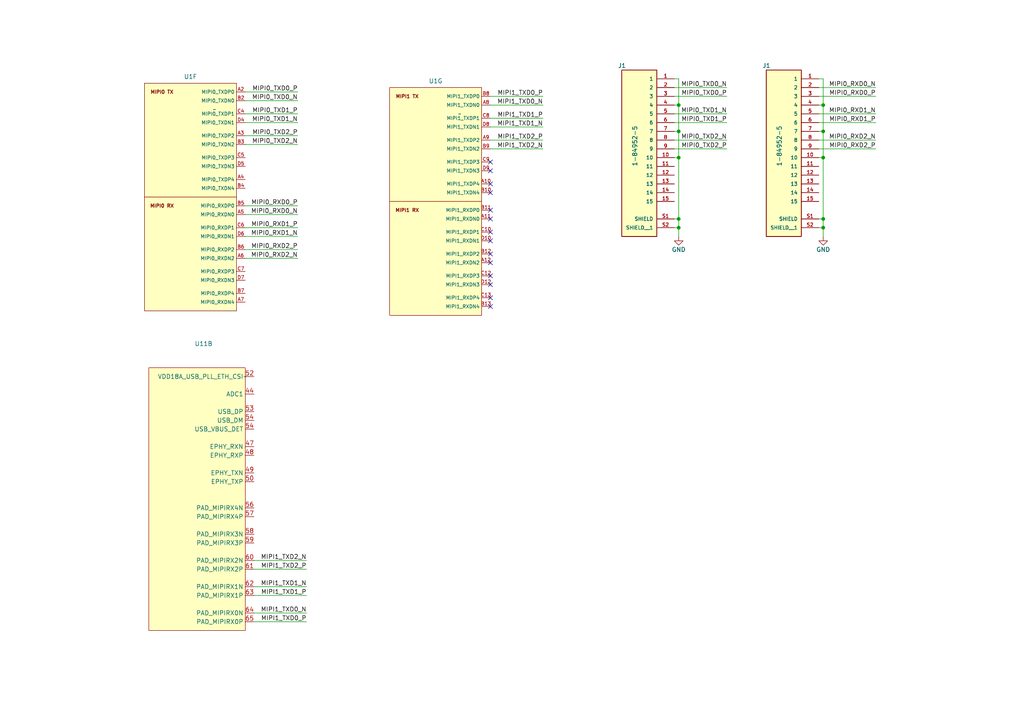
<source format=kicad_sch>
(kicad_sch (version 20230808) (generator eeschema)
  (paper "A4")
  (lib_symbols
    (symbol "1-84952-5:1-84952-5" (pin_names (offset 1.016))
      (property "Reference" "J" (at -5.08 24.13 0))
      (property "Value" "1-84952-5" (at -5.08 -27.94 0))
      (symbol "1-84952-5_0_0"
        (rectangle (start -5.08 -25.4) (end 5.08 22.86) (stroke (width 0.254)) (fill (type background)))
        (pin passive line (at -10.16 20.32 0) (length 5.08) (name "1") (number "1"))
        (pin passive line (at -10.16 -2.54 0) (length 5.08) (name "10") (number "10"))
        (pin passive line (at -10.16 -5.08 0) (length 5.08) (name "11") (number "11"))
        (pin passive line (at -10.16 -7.62 0) (length 5.08) (name "12") (number "12"))
        (pin passive line (at -10.16 -10.16 0) (length 5.08) (name "13") (number "13"))
        (pin passive line (at -10.16 -12.7 0) (length 5.08) (name "14") (number "14"))
        (pin passive line (at -10.16 -15.24 0) (length 5.08) (name "15") (number "15"))
        (pin passive line (at -10.16 17.78 0) (length 5.08) (name "2") (number "2"))
        (pin passive line (at -10.16 15.24 0) (length 5.08) (name "3") (number "3"))
        (pin passive line (at -10.16 12.7 0) (length 5.08) (name "4") (number "4"))
        (pin passive line (at -10.16 10.16 0) (length 5.08) (name "5") (number "5"))
        (pin passive line (at -10.16 7.62 0) (length 5.08) (name "6") (number "6"))
        (pin passive line (at -10.16 5.08 0) (length 5.08) (name "7") (number "7"))
        (pin passive line (at -10.16 2.54 0) (length 5.08) (name "8") (number "8"))
        (pin passive line (at -10.16 0 0) (length 5.08) (name "9") (number "9"))
        (pin passive line (at -10.16 -20.32 0) (length 5.08) (name "SHIELD") (number "S1"))
        (pin passive line (at -10.16 -22.86 0) (length 5.08) (name "SHIELD__1") (number "S2"))
      )
    )
    (symbol "CVITEK:CV180xB"
      (property "Reference" "U" (at -20.32 5.08 0))
      (symbol "CV180xB_1_1"
        (rectangle (start -22.8579 2.4718) (end 0.0021 -71.1882) (fill (type background)))
        (pin power_in line (at 2.5421 -0.0682 180) (length 2.54) (name "VDDIO_SD0_SPI") (number "10"))
        (pin bidirectional line (at 2.5421 -20.3882 180) (length 2.54) (name "SD0_CD") (number "11"))
        (pin bidirectional line (at 2.5421 -25.4682 180) (length 2.54) (name "SD0_PWR_EN") (number "12"))
        (pin bidirectional line (at 2.5421 -68.6482 180) (length 2.54) (name "SPK_EN") (number "14"))
        (pin bidirectional line (at 2.5421 -30.5482 180) (length 2.54) (name "UART0_TX") (number "15"))
        (pin bidirectional line (at 2.5421 -33.0882 180) (length 2.54) (name "UART0_RX") (number "16"))
        (pin bidirectional line (at 2.5421 -38.1682 180) (length 2.54) (name "SPINOR_HOLD_X") (number "17"))
        (pin bidirectional line (at 2.5421 -40.7082 180) (length 2.54) (name "SPINOR_SCK") (number "18"))
        (pin bidirectional line (at 2.5421 -43.2482 180) (length 2.54) (name "SPINOR_MOSI") (number "19"))
        (pin bidirectional line (at 2.5421 -45.7882 180) (length 2.54) (name "SPINOR_WP_X") (number "20"))
        (pin bidirectional line (at 2.5421 -48.3282 180) (length 2.54) (name "SPINOR_MISO") (number "21"))
        (pin bidirectional line (at 2.5421 -50.8682 180) (length 2.54) (name "SPINOR_CS_X") (number "22"))
        (pin bidirectional line (at 2.5421 -58.4882 180) (length 2.54) (name "IC0_SCL") (number "23"))
        (pin bidirectional line (at 2.5421 -55.9482 180) (length 2.54) (name "IC0_SDA") (number "24"))
        (pin bidirectional line (at 2.54 -63.5 180) (length 2.54) (name "AUX0") (number "25"))
        (pin bidirectional line (at 2.5421 -5.1482 180) (length 2.54) (name "SD0_CLK") (number "3"))
        (pin bidirectional line (at 2.5421 -7.6882 180) (length 2.54) (name "SD0_CMD") (number "4"))
        (pin bidirectional line (at 2.5421 -10.2282 180) (length 2.54) (name "SD0_D0") (number "5"))
        (pin bidirectional line (at 2.5421 -12.7682 180) (length 2.54) (name "SD0_D1") (number "7"))
        (pin bidirectional line (at 2.5421 -15.3082 180) (length 2.54) (name "SD0_D2") (number "8"))
        (pin bidirectional line (at 2.5421 -17.8482 180) (length 2.54) (name "SD0_D3") (number "9"))
      )
      (symbol "CV180xB_2_1"
        (rectangle (start -27.94 2.54) (end 0 -73.66) (fill (type background)))
        (pin bidirectional line (at 2.54 -5.08 180) (length 2.54) (name "ADC1") (number "44"))
        (pin bidirectional line (at 2.54 -20.32 180) (length 2.54) (name "EPHY_RXN") (number "47"))
        (pin bidirectional line (at 2.54 -22.86 180) (length 2.54) (name "EPHY_RXP") (number "48"))
        (pin bidirectional line (at 2.54 -27.94 180) (length 2.54) (name "EPHY_TXN") (number "49"))
        (pin bidirectional line (at 2.54 -30.48 180) (length 2.54) (name "EPHY_TXP") (number "50"))
        (pin power_in line (at 2.54 0 180) (length 2.54) (name "VDD18A_USB_PLL_ETH_CSI") (number "52"))
        (pin power_in line (at 2.54 -10.16 180) (length 2.54) (name "USB_DP") (number "53"))
        (pin bidirectional line (at 2.54 -12.7 180) (length 2.54) (name "USB_DM") (number "54"))
        (pin bidirectional line (at 2.54 -15.24 180) (length 2.54) (name "USB_VBUS_DET") (number "54"))
        (pin bidirectional line (at 2.54 -38.1 180) (length 2.54) (name "PAD_MIPIRX4N") (number "56"))
        (pin bidirectional line (at 2.54 -40.64 180) (length 2.54) (name "PAD_MIPIRX4P") (number "57"))
        (pin bidirectional line (at 2.54 -45.72 180) (length 2.54) (name "PAD_MIPIRX3N") (number "58"))
        (pin bidirectional line (at 2.54 -48.26 180) (length 2.54) (name "PAD_MIPIRX3P") (number "59"))
        (pin bidirectional line (at 2.54 -53.34 180) (length 2.54) (name "PAD_MIPIRX2N") (number "60"))
        (pin bidirectional line (at 2.54 -55.88 180) (length 2.54) (name "PAD_MIPIRX2P") (number "61"))
        (pin bidirectional line (at 2.54 -60.96 180) (length 2.54) (name "PAD_MIPIRX1N") (number "62"))
        (pin bidirectional line (at 2.54 -63.5 180) (length 2.54) (name "PAD_MIPIRX1P") (number "63"))
        (pin bidirectional line (at 2.54 -68.58 180) (length 2.54) (name "PAD_MIPIRX0N") (number "64"))
        (pin bidirectional line (at 2.54 -71.12 180) (length 2.54) (name "PAD_MIPIRX0P") (number "65"))
      )
      (symbol "CV180xB_3_1"
        (rectangle (start -22.86 2.54) (end 0 -20.32) (fill (type background)))
        (pin bidirectional line (at 2.54 -7.62 180) (length 2.54) (name "PAD_AUD_AOUTR") (number "1"))
        (pin power_in line (at 2.54 0 180) (length 2.54) (name "VDD18A_AUD") (number "2"))
        (pin power_in line (at 2.4406 -16.7636 180) (length 2.54) (name "VSS18A_AUD") (number "66"))
        (pin bidirectional line (at 2.54 -5.08 180) (length 2.54) (name "PAD_AUD_AINL_MIC") (number "67"))
        (pin power_in line (at 2.54 -12.7 180) (length 2.54) (name "PAD_AUD_AVREF") (number "68"))
      )
      (symbol "CV180xB_4_1"
        (rectangle (start -25.4 2.54) (end 0 -27.94) (fill (type background)))
        (pin bidirectional line (at 2.54 -7.62 180) (length 2.54) (name "SD1_GPIO0") (number "35"))
        (pin bidirectional line (at 2.54 -5.08 180) (length 2.54) (name "SD1_GPIO1") (number "36"))
        (pin bidirectional line (at 2.54 -12.7 180) (length 2.54) (name "SD1_D3") (number "38"))
        (pin bidirectional line (at 2.54 -15.24 180) (length 2.54) (name "SD1_D2") (number "39"))
        (pin bidirectional line (at 2.54 -17.78 180) (length 2.54) (name "SD1_D1") (number "40"))
        (pin bidirectional line (at 2.54 -20.32 180) (length 2.54) (name "SD1_D0") (number "41"))
        (pin bidirectional line (at 2.54 -22.86 180) (length 2.54) (name "SD1_CMD") (number "42"))
        (pin bidirectional line (at 2.54 -25.4 180) (length 2.54) (name "SD1_CLK") (number "43"))
        (pin power_in line (at 2.54 0 180) (length 2.54) (name "VDD33A_ETH_USB_SD1") (number "51"))
      )
      (symbol "CV180xB_5_1"
        (rectangle (start -20.32 2.54) (end 0 -27.94) (fill (type background)))
        (pin power_in line (at 2.54 0 180) (length 2.54) (name "VDDIO_RTC") (number "29"))
        (pin input line (at 2.54 -5.08 180) (length 2.54) (name "PWR_VBAT_DET") (number "30"))
        (pin bidirectional line (at 2.54 -7.62 180) (length 2.54) (name "PWR_SEQ2") (number "31"))
        (pin passive line (at 2.54 -20.32 180) (length 2.54) (name "PTEST_") (number "32"))
        (pin bidirectional line (at 2.54 -12.7 180) (length 2.54) (name "XTAL_XIN") (number "33"))
        (pin bidirectional line (at 2.54 -15.24 180) (length 2.54) (name "XTAL_XOUT") (number "34"))
      )
      (symbol "CV180xB_6_1"
        (rectangle (start -17.78 2.54) (end 0 -27.94) (fill (type background)))
        (pin power_in line (at 2.54 -2.54 180) (length 2.54) (name "VDDC") (number "13"))
        (pin power_in line (at 2.54 -17.78 180) (length 2.54) (name "VDDQ") (number "26"))
        (pin power_in line (at 2.54 -20.32 180) (length 2.54) (name "VDDQ") (number "27"))
        (pin power_in line (at 2.54 -22.86 180) (length 2.54) (name "VDDQ") (number "28"))
        (pin power_in line (at 2.54 -5.08 180) (length 2.54) (name "VDDC") (number "37"))
        (pin power_in line (at 2.54 -7.62 180) (length 2.54) (name "VDDC") (number "46"))
        (pin power_in line (at 2.54 -10.16 180) (length 2.54) (name "VDDC") (number "55"))
        (pin power_in line (at 2.54 0 180) (length 2.54) (name "VDDC") (number "6"))
        (pin power_in line (at -10.16 -30.48 90) (length 2.54) (name "EPAD") (number "69"))
      )
    )
    (symbol "efinix:T20F169Cx"
      (property "Reference" "U" (at -25.4 5.08 0))
      (symbol "T20F169Cx_1_1"
        (rectangle (start -7.62 13.97) (end 31.75 -81.28) (fill (type background)))
        (text "Power" (at -3.81 11.43 0) (effects (font (size 1 1) bold)))
        (pin power_in line (at 34.29 6.35 180) (length 2.54) (name "GND") (number "A1"))
        (pin power_in line (at 34.29 -31.75 180) (length 2.54) (name "GND") (number "A13"))
        (pin power_in line (at 34.29 -68.58 180) (length 2.54) (name "GNDA_MIPI") (number "C11"))
        (pin power_in line (at -10.16 -67.31 0) (length 2.54) (name "VCC11A_MIPI0_TX") (number "C3"))
        (pin power_in line (at 34.29 -71.12 180) (length 2.54) (name "GNDA_MIPI") (number "D11"))
        (pin power_in line (at 34.29 -76.2 180) (length 2.54) (name "GNDA_MIPI") (number "D3"))
        (pin power_in line (at -10.16 -77.47 0) (length 2.54) (name "VCC11A_MIPI1_RX") (number "E10"))
        (pin power_in line (at 34.29 -26.67 180) (length 2.54) (name "GND") (number "E12"))
        (pin power_in line (at 34.29 1.27 180) (length 2.54) (name "GND") (number "E2"))
        (pin power_in line (at -10.16 7.62 0) (length 2.54) (name "VCC") (number "E4"))
        (pin power_in line (at 34.29 -73.66 180) (length 2.54) (name "GNDA_MIPI") (number "E5"))
        (pin power_in line (at -10.16 -69.85 0) (length 2.54) (name "VCC11A_MIPI0_RX") (number "E6"))
        (pin power_in line (at -10.16 -58.42 0) (length 2.54) (name "VCC25A_MIPI0") (number "E7"))
        (pin power_in line (at -10.16 -74.93 0) (length 2.54) (name "VCC11A_MIPI1_TX") (number "E8"))
        (pin power_in line (at -10.16 -60.96 0) (length 2.54) (name "VCC25A_MIPI1") (number "E9"))
        (pin power_in line (at -10.16 -36.83 0) (length 2.54) (name "VCCIO3A_3B") (number "F10"))
        (pin power_in line (at -10.16 -34.29 0) (length 2.54) (name "VCCIO1E") (number "F4"))
        (pin power_in line (at 34.29 -6.35 180) (length 2.54) (name "GND") (number "F5"))
        (pin power_in line (at 34.29 -8.89 180) (length 2.54) (name "GND") (number "F6"))
        (pin power_in line (at -10.16 0 0) (length 2.54) (name "VCC") (number "F7"))
        (pin power_in line (at 34.29 -19.05 180) (length 2.54) (name "GND") (number "F8"))
        (pin power_in line (at -10.16 -7.62 0) (length 2.54) (name "VCC") (number "F9"))
        (pin power_in line (at -10.16 -16.51 0) (length 2.54) (name "VCCA_TR") (number "G10"))
        (pin power_in line (at -10.16 -21.59 0) (length 2.54) (name "VCCA_TL") (number "G4"))
        (pin power_in line (at -10.16 5.08 0) (length 2.54) (name "VCC") (number "G5"))
        (pin power_in line (at 34.29 -11.43 180) (length 2.54) (name "GND") (number "G6"))
        (pin power_in line (at 34.29 -13.97 180) (length 2.54) (name "GND") (number "G7"))
        (pin power_in line (at -10.16 -5.08 0) (length 2.54) (name "VCC") (number "G8"))
        (pin power_in line (at -10.16 -10.16 0) (length 2.54) (name "VCC") (number "G9"))
        (pin power_in line (at -10.16 -39.37 0) (length 2.54) (name "VCCIO3C_3D_3E") (number "H10"))
        (pin power_in line (at -10.16 -31.75 0) (length 2.54) (name "VCCIO1B_1C_1D") (number "H4"))
        (pin power_in line (at -10.16 -52.07 0) (length 2.54) (name "VCCIO4B") (number "H5"))
        (pin power_in line (at -10.16 -2.54 0) (length 2.54) (name "VCC") (number "H6"))
        (pin power_in line (at -10.16 -49.53 0) (length 2.54) (name "VCCIO4A") (number "H7"))
        (pin power_in line (at -10.16 -41.91 0) (length 2.54) (name "VCCIO4A") (number "H8"))
        (pin power_in line (at -10.16 -44.45 0) (length 2.54) (name "VCCIO4A") (number "H9"))
        (pin power_in line (at -10.16 -19.05 0) (length 2.54) (name "VCCA_BR") (number "J10"))
        (pin power_in line (at -10.16 -29.21 0) (length 2.54) (name "VCCIO1A") (number "J4"))
        (pin power_in line (at -10.16 2.54 0) (length 2.54) (name "VCC") (number "J6"))
        (pin power_in line (at 34.29 -16.51 180) (length 2.54) (name "GND") (number "J7"))
        (pin power_in line (at 34.29 -21.59 180) (length 2.54) (name "GND") (number "J8"))
        (pin power_in line (at -10.16 -46.99 0) (length 2.54) (name "VCCIO4A") (number "J9"))
        (pin power_in line (at 34.29 -29.21 180) (length 2.54) (name "GND") (number "K12"))
        (pin power_in line (at 34.29 -1.27 180) (length 2.54) (name "GND") (number "K2"))
        (pin power_in line (at 34.29 -24.13 180) (length 2.54) (name "GND") (number "L12"))
        (pin power_in line (at 34.29 -3.81 180) (length 2.54) (name "GND") (number "M4"))
        (pin power_in line (at 34.29 3.81 180) (length 2.54) (name "GND") (number "N1"))
        (pin power_in line (at 34.29 -34.29 180) (length 2.54) (name "GND") (number "N13"))
      )
      (symbol "T20F169Cx_2_1"
        (rectangle (start -8.89 3.81) (end 8.89 -13.97) (fill (type background)))
        (text "Configuration" (at -1.27 1.27 0) (effects (font (size 1 1) bold)))
        (pin output line (at -11.43 -10.16 0) (length 2.54) (name "TD0") (number "G1"))
        (pin input line (at -11.43 -5.08 0) (length 2.54) (name "TCK") (number "H1"))
        (pin input line (at -11.43 -7.62 0) (length 2.54) (name "TMS") (number "H2"))
        (pin input line (at -11.43 -2.54 0) (length 2.54) (name "TDI") (number "J3"))
        (pin input line (at 11.43 -6.35 180) (length 2.54) (name "CRESET_B") (number "K3"))
        (pin output line (at 11.43 -3.81 180) (length 2.54) (name "CONDONELE") (number "L2"))
      )
      (symbol "T20F169Cx_3_1"
        (rectangle (start -26.67 2.54) (end 0 -11.43) (fill (type background)))
        (pin bidirectional line (at 2.54 -5.08 180) (length 2.54) (name "GPIOL_08_CDI0") (number "J1"))
        (pin bidirectional line (at 2.54 -7.62 180) (length 2.54) (name "GPIOL_09_CDI1") (number "J2"))
        (pin bidirectional line (at 2.54 -2.54 180) (length 2.54) (name "GPIOL_01_CCK") (number "K1"))
        (pin bidirectional line (at 2.54 0 180) (length 2.54) (name "GPIOL_00_SS") (number "L1"))
      )
      (symbol "T20F169Cx_4_0"
        (pin bidirectional line (at 2.54 -2.54 180) (length 2.54) (name "GPIOL_13_CDI3") (number "G2"))
        (pin bidirectional line (at 2.54 -12.7 180) (length 2.54) (name "GPIOL_25_CLK1") (number "G3"))
        (pin bidirectional line (at 2.54 -10.16 180) (length 2.54) (name "GPIOL_24_CLK0") (number "H3"))
      )
      (symbol "T20F169Cx_4_1"
        (rectangle (start -25.4 2.54) (end 0 -15.24) (fill (type background)))
        (pin bidirectional line (at 2.54 -5.08 180) (length 2.54) (name "GPIOL_20_CTRL0_CDI4") (number "E1"))
        (pin bidirectional line (at 2.54 0 180) (length 2.54) (name "GPIOL_12_CDI2") (number "F1"))
        (pin bidirectional line (at 2.54 -7.62 180) (length 2.54) (name "GPIOL_20_CTRL1_CDI5") (number "F2"))
      )
      (symbol "T20F169Cx_5_0"
        (pin bidirectional line (at 2.54 -15.24 180) (length 2.54) (name "GPIOL_75_PLLIN1") (number "B1"))
        (pin bidirectional line (at 2.54 -10.16 180) (length 2.54) (name "GPIOL_73_EXTFB1_CDI15") (number "C1"))
        (pin bidirectional line (at 2.54 -2.54 180) (length 2.54) (name "GPIOL_70_CBSEL0") (number "D2"))
        (pin bidirectional line (at 2.54 -12.7 180) (length 2.54) (name "GPIOL_74_PLLIN0") (number "E3"))
      )
      (symbol "T20F169Cx_5_1"
        (rectangle (start -26.67 2.54) (end 0 -20.32) (fill (type background)))
        (pin bidirectional line (at 2.54 -5.08 180) (length 2.54) (name "GPIOL_71_NSTATUS") (number "C2"))
        (pin bidirectional line (at 2.54 0 180) (length 2.54) (name "GPIOL_69_CBSEL1") (number "D1"))
        (pin bidirectional line (at 2.54 -7.62 180) (length 2.54) (name "GPIOL_72_EXTFB0_CDI14") (number "F3"))
      )
      (symbol "T20F169Cx_6_1"
        (rectangle (start -26.67 2.54) (end 0 -63.5) (fill (type background)))
        (polyline (pts (xy -26.67 -30.48) (xy 0 -30.48)))
        (text "MIPI0 RX" (at -21.59 -33.02 0) (effects (font (size 1 1) bold)))
        (text "MIPI0 TX" (at -21.59 0 0) (effects (font (size 1 1) bold)))
        (pin bidirectional line (at 2.54 0 180) (length 2.54) (name "MIPI0_TXDP0") (number "A2"))
        (pin bidirectional line (at 2.54 -12.7 180) (length 2.54) (name "MIPI0_TXDP2") (number "A3"))
        (pin bidirectional line (at 2.54 -25.4 180) (length 2.54) (name "MIPI0_TXDP4") (number "A4"))
        (pin bidirectional line (at 2.54 -35.56 180) (length 2.54) (name "MIPI0_RXDN0") (number "A5"))
        (pin bidirectional line (at 2.54 -48.26 180) (length 2.54) (name "MIPI0_RXDN2") (number "A6"))
        (pin bidirectional line (at 2.54 -60.96 180) (length 2.54) (name "MIPI0_RXDN4") (number "A7"))
        (pin bidirectional line (at 2.54 -2.54 180) (length 2.54) (name "MIPI0_TXDN0") (number "B2"))
        (pin bidirectional line (at 2.54 -15.24 180) (length 2.54) (name "MIPI0_TXDN2") (number "B3"))
        (pin bidirectional line (at 2.54 -27.94 180) (length 2.54) (name "MIPI0_TXDN4") (number "B4"))
        (pin bidirectional line (at 2.54 -33.02 180) (length 2.54) (name "MIPI0_RXDP0") (number "B5"))
        (pin bidirectional line (at 2.54 -45.72 180) (length 2.54) (name "MIPI0_RXDP2") (number "B6"))
        (pin bidirectional line (at 2.54 -58.42 180) (length 2.54) (name "MIPI0_RXDP4") (number "B7"))
        (pin bidirectional line (at 2.54 -6.35 180) (length 2.54) (name "MIPI0_TXDP1") (number "C4"))
        (pin bidirectional line (at 2.54 -19.05 180) (length 2.54) (name "MIPI0_TXDP3") (number "C5"))
        (pin bidirectional line (at 2.54 -39.37 180) (length 2.54) (name "MIPI0_RXDP1") (number "C6"))
        (pin bidirectional line (at 2.54 -52.07 180) (length 2.54) (name "MIPI0_RXDP3") (number "C7"))
        (pin bidirectional line (at 2.54 -8.89 180) (length 2.54) (name "MIPI0_TXDN1") (number "D4"))
        (pin bidirectional line (at 2.54 -21.59 180) (length 2.54) (name "MIPI0_TXDN3") (number "D5"))
        (pin bidirectional line (at 2.54 -41.91 180) (length 2.54) (name "MIPI0_RXDN1") (number "D6"))
        (pin bidirectional line (at 2.54 -54.61 180) (length 2.54) (name "MIPI0_RXDN3") (number "D7"))
      )
      (symbol "T20F169Cx_7_1"
        (rectangle (start -26.67 2.54) (end 0 -63.5) (fill (type background)))
        (polyline (pts (xy 0 -30.48) (xy -26.67 -30.48)))
        (text "MIPI1 RX" (at -21.59 -33.02 0) (effects (font (size 1 1) bold)))
        (text "MIPI1 TX" (at -21.59 0 0) (effects (font (size 1 1) bold)))
        (pin bidirectional line (at 2.54 -25.4 180) (length 2.54) (name "MIPI1_TXDP4") (number "A10"))
        (pin bidirectional line (at 2.54 -35.56 180) (length 2.54) (name "MIPI1_RXDN0") (number "A11"))
        (pin bidirectional line (at 2.54 -48.26 180) (length 2.54) (name "MIPI1_RXDN2") (number "A12"))
        (pin bidirectional line (at 2.54 -2.54 180) (length 2.54) (name "MIPI1_TXDN0") (number "A8"))
        (pin bidirectional line (at 2.54 -12.7 180) (length 2.54) (name "MIPI1_TXDP2") (number "A9"))
        (pin bidirectional line (at 2.54 -27.94 180) (length 2.54) (name "MIPI1_TXDN4") (number "B10"))
        (pin bidirectional line (at 2.54 -33.02 180) (length 2.54) (name "MIPI1_RXDP0") (number "B11"))
        (pin bidirectional line (at 2.54 -45.72 180) (length 2.54) (name "MIPI1_RXDP2") (number "B12"))
        (pin bidirectional line (at 2.54 -60.96 180) (length 2.54) (name "MIPI1_RXDN4") (number "B13"))
        (pin bidirectional line (at 2.54 0 180) (length 2.54) (name "MIPI1_TXDP0") (number "B8"))
        (pin bidirectional line (at 2.54 -15.24 180) (length 2.54) (name "MIPI1_TXDN2") (number "B9"))
        (pin bidirectional line (at 2.54 -39.37 180) (length 2.54) (name "MIPI1_RXDP1") (number "C10"))
        (pin bidirectional line (at 2.54 -52.07 180) (length 2.54) (name "MIPI1_RXDP3") (number "C12"))
        (pin bidirectional line (at 2.54 -58.42 180) (length 2.54) (name "MIPI1_RXDP4") (number "C13"))
        (pin bidirectional line (at 2.54 -6.35 180) (length 2.54) (name "MIPI1_TXDP1") (number "C8"))
        (pin bidirectional line (at 2.54 -19.05 180) (length 2.54) (name "MIPI1_TXDP3") (number "C9"))
        (pin bidirectional line (at 2.54 -41.91 180) (length 2.54) (name "MIPI1_RXDN1") (number "D10"))
        (pin bidirectional line (at 2.54 -54.61 180) (length 2.54) (name "MIPI1_RXDN3") (number "D12"))
        (pin bidirectional line (at 2.54 -8.89 180) (length 2.54) (name "MIPI1_TXDN1") (number "D8"))
        (pin bidirectional line (at 2.54 -21.59 180) (length 2.54) (name "MIPI1_TXDN3") (number "D9"))
      )
      (symbol "T20F169Cx_8_0"
        (pin bidirectional line (at 2.54 -10.16 180) (length 2.54) (name "GPIOR_85_CDO14") (number "E11"))
        (pin bidirectional line (at 2.54 -2.54 180) (length 2.54) (name "GPIOR_77_PLLIN1") (number "F12"))
        (pin bidirectional line (at 2.54 -12.7 180) (length 2.54) (name "GPIOR_88_CDI28") (number "G11"))
      )
      (symbol "T20F169Cx_8_1"
        (rectangle (start -26.67 2.54) (end 0 -16.51) (fill (type background)))
        (pin bidirectional line (at 2.54 0 180) (length 2.54) (name "GPIOR_76_PLLIN0") (number "D13"))
        (pin bidirectional line (at 2.54 -5.08 180) (length 2.54) (name "GPIOR_78_EXTFB0_CDI31") (number "E13"))
        (pin bidirectional line (at 2.54 -7.62 180) (length 2.54) (name "GPIOR_81_MREFCLK") (number "F11"))
      )
      (symbol "T20F169Cx_9_0"
        (pin bidirectional line (at 2.54 -2.54 180) (length 2.54) (name "GPIOR_120_CLK15") (number "G12"))
      )
      (symbol "T20F169Cx_9_1"
        (rectangle (start -26.67 2.54) (end 0 -8.89) (fill (type background)))
        (pin bidirectional line (at 2.54 0 180) (length 2.54) (name "GPIOR_119_CTRL12") (number "F13"))
        (pin bidirectional line (at 2.54 -5.08 180) (length 2.54) (name "GPIOR_121_CLK14") (number "H11"))
      )
      (symbol "T20F169Cx_10_0"
        (pin bidirectional line (at 2.54 -10.16 180) (length 2.54) (name "GPIOR_158_TESTN") (number "H12"))
        (pin bidirectional line (at 2.54 -2.54 180) (length 2.54) (name "GPIOR_151_CBUS0") (number "J11"))
      )
      (symbol "T20F169Cx_10_1"
        (rectangle (start -26.67 3.81) (end 0 -13.97) (fill (type background)))
        (pin bidirectional line (at 2.54 0 180) (length 2.54) (name "GPIOR_150_CBUS1") (number "G13"))
        (pin bidirectional line (at 2.54 -5.08 180) (length 2.54) (name "GPIOR_155_CDO0") (number "H13"))
        (pin bidirectional line (at 2.54 -7.62 180) (length 2.54) (name "GPIOR_157_PLLIN") (number "J12"))
      )
      (symbol "T20F169Cx_11_0"
        (pin bidirectional line (at 2.54 -8.89 180) (length 2.54) (name "GPIOB_RXP12_EXTFP0") (number "J13"))
        (pin bidirectional line (at 2.54 -40.64 180) (length 2.54) (name "GPIOB_RXP06") (number "K10"))
        (pin bidirectional line (at 2.54 -27.94 180) (length 2.54) (name "GPIOB_RXP08") (number "K11"))
        (pin bidirectional line (at 2.54 -6.35 180) (length 2.54) (name "GPIOB_RXN12_EXTFP0") (number "K13"))
        (pin bidirectional line (at 2.54 -76.2 180) (length 2.54) (name "GPIOB_RXN00") (number "K7"))
        (pin bidirectional line (at 2.54 -63.5 180) (length 2.54) (name "GPIOB_RXN02") (number "K8"))
        (pin bidirectional line (at 2.54 -53.34 180) (length 2.54) (name "GPIOB_RXP04") (number "K9"))
        (pin bidirectional line (at 2.54 -38.1 180) (length 2.54) (name "GPIOB_RXN06") (number "L10"))
        (pin bidirectional line (at 2.54 -25.4 180) (length 2.54) (name "GPIOB_RXN08") (number "L11"))
        (pin bidirectional line (at 2.54 0 180) (length 2.54) (name "GPIOB_CLKN0") (number "L13"))
        (pin bidirectional line (at 2.54 -78.74 180) (length 2.54) (name "GPIOB_RXP00") (number "L7"))
        (pin bidirectional line (at 2.54 -66.04 180) (length 2.54) (name "GPIOB_RXP02") (number "L8"))
        (pin bidirectional line (at 2.54 -50.8 180) (length 2.54) (name "GPIOB_RXN04") (number "L9"))
        (pin bidirectional line (at 2.54 -31.75 180) (length 2.54) (name "GPIOB_RXN07") (number "M10"))
        (pin bidirectional line (at 2.54 -21.59 180) (length 2.54) (name "GPIOB_RXP09") (number "M11"))
        (pin bidirectional line (at 2.54 -19.05 180) (length 2.54) (name "GPIOB_RXN09") (number "M12"))
        (pin bidirectional line (at 2.54 -2.54 180) (length 2.54) (name "GPIOB_CLKP0") (number "M13"))
        (pin bidirectional line (at 2.54 -69.85 180) (length 2.54) (name "GPIOB_RXN01") (number "M7"))
        (pin bidirectional line (at 2.54 -59.69 180) (length 2.54) (name "GPIOB_RXP03") (number "M8"))
        (pin bidirectional line (at 2.54 -46.99 180) (length 2.54) (name "GPIOB_RXP05") (number "M9"))
        (pin bidirectional line (at 2.54 -34.29 180) (length 2.54) (name "GPIOB_RXP07") (number "N10"))
        (pin bidirectional line (at 2.54 -15.24 180) (length 2.54) (name "GPIOB_RXP10") (number "N11"))
        (pin bidirectional line (at 2.54 -12.7 180) (length 2.54) (name "GPIOB_RXN10") (number "N12"))
        (pin bidirectional line (at 2.54 -72.39 180) (length 2.54) (name "GPIOB_RXP01") (number "N7"))
        (pin bidirectional line (at 2.54 -57.15 180) (length 2.54) (name "GPIOB_RXN03") (number "N8"))
        (pin bidirectional line (at 2.54 -44.45 180) (length 2.54) (name "GPIOB_RXN05") (number "N9"))
      )
      (symbol "T20F169Cx_11_1"
        (rectangle (start -26.67 3.81) (end 0 -82.55) (fill (type background)))
        (text "BANK 4A" (at -21.59 1.27 0) (effects (font (size 1 1) bold)))
      )
      (symbol "T20F169Cx_12_0"
        (pin bidirectional line (at 2.54 -27.94 180) (length 2.54) (name "GPIOB_TXP03") (number "K4"))
        (pin bidirectional line (at 2.54 -15.24 180) (length 2.54) (name "GPIOB_TXP06") (number "K5"))
        (pin bidirectional line (at 2.54 -2.54 180) (length 2.54) (name "GPIOB_TXP09") (number "K6"))
        (pin bidirectional line (at 2.54 -31.75 180) (length 2.54) (name "GPIOB_TXN02") (number "L3"))
        (pin bidirectional line (at 2.54 -25.4 180) (length 2.54) (name "GPIOB_TXN03") (number "L4"))
        (pin bidirectional line (at 2.54 -12.7 180) (length 2.54) (name "GPIOB_TXN06") (number "L5"))
        (pin bidirectional line (at 2.54 0 180) (length 2.54) (name "GPIOB_TXN09") (number "L6"))
        (pin bidirectional line (at 2.54 -38.1 180) (length 2.54) (name "GPIOB_TXN01") (number "M1"))
        (pin bidirectional line (at 2.54 -40.64 180) (length 2.54) (name "GPIOB_TXP01") (number "M2"))
        (pin bidirectional line (at 2.54 -34.29 180) (length 2.54) (name "GPIOB_TXP02") (number "M3"))
        (pin bidirectional line (at 2.54 -19.05 180) (length 2.54) (name "GPIOB_TXN05") (number "M5"))
        (pin bidirectional line (at 2.54 -6.35 180) (length 2.54) (name "GPIOB_TXN08") (number "M6"))
        (pin bidirectional line (at 2.54 -44.45 180) (length 2.54) (name "GPIOB_TXN00") (number "N2"))
        (pin bidirectional line (at 2.54 -46.99 180) (length 2.54) (name "GPIOB_TXP00") (number "N3"))
        (pin input line (at 2.54 -53.34 180) (length 2.54) (name "REF_RES") (number "N4"))
        (pin bidirectional line (at 2.54 -21.59 180) (length 2.54) (name "GPIOB_TXP05") (number "N5"))
        (pin bidirectional line (at 2.54 -8.89 180) (length 2.54) (name "GPIOB_TXP08") (number "N6"))
      )
      (symbol "T20F169Cx_12_1"
        (rectangle (start -26.67 3.81) (end 0 -57.15) (fill (type background)))
        (text "BANK 4A" (at -21.59 1.27 0) (effects (font (size 1 1) bold)))
      )
    )
    (symbol "power:GND" (power) (pin_names (offset 0))
      (property "Value" "GND" (at 0 -3.81 0))
      (symbol "GND_0_1"
        (polyline (pts (xy 0 0) (xy 0 -1.27) (xy 1.27 -1.27) (xy 0 -2.54) (xy -1.27 -1.27) (xy 0 -1.27)))
      )
      (symbol "GND_1_1"
        (pin power_in line (at 0 0 270) (length 0) hide (name "GND") (number "1"))
      )
    )
  )
  (junction (at 196.85 45.72))
  (junction (at 238.76 30.48))
  (junction (at 196.85 38.1))
  (junction (at 196.85 30.48))
  (junction (at 238.76 66.04))
  (junction (at 196.85 63.5))
  (junction (at 238.76 45.72))
  (junction (at 238.76 38.1))
  (junction (at 238.76 63.5))
  (junction (at 196.85 66.04))
  (no_connect (at 142.24 88.9))
  (no_connect (at 142.24 76.2))
  (no_connect (at 142.24 60.96))
  (no_connect (at 142.24 63.5))
  (no_connect (at 142.24 46.99))
  (no_connect (at 142.24 86.36))
  (no_connect (at 142.24 67.31))
  (no_connect (at 142.24 49.53))
  (no_connect (at 142.24 55.88))
  (no_connect (at 142.24 73.66))
  (no_connect (at 142.24 69.85))
  (no_connect (at 142.24 53.34))
  (no_connect (at 142.24 80.01))
  (no_connect (at 142.24 82.55))
  (wire (pts (xy 71.12 72.39) (xy 86.36 72.39)))
  (wire (pts (xy 196.85 22.86) (xy 195.58 22.86)))
  (wire (pts (xy 71.12 41.91) (xy 86.36 41.91)))
  (wire (pts (xy 195.58 66.04) (xy 196.85 66.04)))
  (wire (pts (xy 71.12 29.21) (xy 86.36 29.21)))
  (wire (pts (xy 237.49 40.64) (xy 254 40.64)))
  (wire (pts (xy 196.85 22.86) (xy 196.85 30.48)))
  (wire (pts (xy 195.58 27.94) (xy 210.82 27.94)))
  (wire (pts (xy 237.49 30.48) (xy 238.76 30.48)))
  (wire (pts (xy 237.49 35.56) (xy 254 35.56)))
  (wire (pts (xy 196.85 45.72) (xy 196.85 63.5)))
  (wire (pts (xy 196.85 63.5) (xy 196.85 66.04)))
  (wire (pts (xy 196.85 38.1) (xy 196.85 45.72)))
  (wire (pts (xy 71.12 68.58) (xy 86.36 68.58)))
  (wire (pts (xy 142.24 40.64) (xy 157.48 40.64)))
  (wire (pts (xy 142.24 36.83) (xy 157.48 36.83)))
  (wire (pts (xy 238.76 66.04) (xy 238.76 68.58)))
  (wire (pts (xy 237.49 66.04) (xy 238.76 66.04)))
  (wire (pts (xy 237.49 38.1) (xy 238.76 38.1)))
  (wire (pts (xy 195.58 33.02) (xy 210.82 33.02)))
  (wire (pts (xy 195.58 45.72) (xy 196.85 45.72)))
  (wire (pts (xy 237.49 27.94) (xy 254 27.94)))
  (wire (pts (xy 238.76 63.5) (xy 238.76 66.04)))
  (wire (pts (xy 142.24 43.18) (xy 157.48 43.18)))
  (wire (pts (xy 73.66 162.56) (xy 88.9 162.56)))
  (wire (pts (xy 238.76 38.1) (xy 238.76 45.72)))
  (wire (pts (xy 238.76 30.48) (xy 238.76 38.1)))
  (wire (pts (xy 71.12 74.93) (xy 86.36 74.93)))
  (wire (pts (xy 142.24 34.29) (xy 157.48 34.29)))
  (wire (pts (xy 142.24 27.94) (xy 157.48 27.94)))
  (wire (pts (xy 196.85 30.48) (xy 196.85 38.1)))
  (wire (pts (xy 73.66 180.34) (xy 88.9 180.34)))
  (wire (pts (xy 71.12 35.56) (xy 86.36 35.56)))
  (wire (pts (xy 195.58 25.4) (xy 210.82 25.4)))
  (wire (pts (xy 195.58 40.64) (xy 210.82 40.64)))
  (wire (pts (xy 195.58 38.1) (xy 196.85 38.1)))
  (wire (pts (xy 238.76 45.72) (xy 238.76 63.5)))
  (wire (pts (xy 195.58 63.5) (xy 196.85 63.5)))
  (wire (pts (xy 71.12 26.67) (xy 86.36 26.67)))
  (wire (pts (xy 237.49 43.18) (xy 254 43.18)))
  (wire (pts (xy 71.12 39.37) (xy 86.36 39.37)))
  (wire (pts (xy 196.85 66.04) (xy 196.85 68.58)))
  (wire (pts (xy 237.49 33.02) (xy 254 33.02)))
  (wire (pts (xy 73.66 170.18) (xy 88.9 170.18)))
  (wire (pts (xy 71.12 62.23) (xy 86.36 62.23)))
  (wire (pts (xy 142.24 30.48) (xy 157.48 30.48)))
  (wire (pts (xy 195.58 35.56) (xy 210.82 35.56)))
  (wire (pts (xy 237.49 45.72) (xy 238.76 45.72)))
  (wire (pts (xy 73.66 172.72) (xy 88.9 172.72)))
  (wire (pts (xy 71.12 59.69) (xy 86.36 59.69)))
  (wire (pts (xy 238.76 22.86) (xy 238.76 30.48)))
  (wire (pts (xy 73.66 165.1) (xy 88.9 165.1)))
  (wire (pts (xy 238.76 22.86) (xy 237.49 22.86)))
  (wire (pts (xy 71.12 66.04) (xy 86.36 66.04)))
  (wire (pts (xy 237.49 63.5) (xy 238.76 63.5)))
  (wire (pts (xy 195.58 43.18) (xy 210.82 43.18)))
  (wire (pts (xy 195.58 30.48) (xy 196.85 30.48)))
  (wire (pts (xy 73.66 177.8) (xy 88.9 177.8)))
  (wire (pts (xy 71.12 33.02) (xy 86.36 33.02)))
  (wire (pts (xy 237.49 25.4) (xy 254 25.4)))
  (label "MIPI1_TXD0_P" (at 157.48 27.94 180))
  (label "MIPI0_TXD2_P" (at 86.36 39.37 180))
  (label "MIPI0_RXD0_P" (at 254 27.94 180))
  (label "MIPI0_RXD1_P" (at 254 35.56 180))
  (label "MIPI0_TXD2_N" (at 210.82 40.64 180))
  (label "MIPI0_TXD0_P" (at 210.82 27.94 180))
  (label "MIPI0_RXD1_P" (at 86.36 66.04 180))
  (label "MIPI0_RXD1_N" (at 254 33.02 180))
  (label "MIPI0_RXD2_P" (at 86.36 72.39 180))
  (label "MIPI1_TXD1_P" (at 157.48 34.29 180))
  (label "MIPI1_TXD2_N" (at 88.9 162.56 180))
  (label "MIPI1_TXD2_P" (at 157.48 40.64 180))
  (label "MIPI0_TXD0_P" (at 86.36 26.67 180))
  (label "MIPI0_RXD2_N" (at 254 40.64 180))
  (label "MIPI1_TXD2_N" (at 157.48 43.18 180))
  (label "MIPI0_TXD1_N" (at 210.82 33.02 180))
  (label "MIPI1_TXD2_P" (at 88.9 165.1 180))
  (label "MIPI0_TXD0_N" (at 86.36 29.21 180))
  (label "MIPI0_TXD1_P" (at 210.82 35.56 180))
  (label "MIPI0_TXD2_N" (at 86.36 41.91 180))
  (label "MIPI0_RXD0_P" (at 86.36 59.69 180))
  (label "MIPI0_RXD0_N" (at 254 25.4 180))
  (label "MIPI0_TXD1_P" (at 86.36 33.02 180))
  (label "MIPI0_RXD0_N" (at 86.36 62.23 180))
  (label "MIPI1_TXD1_N" (at 157.48 36.83 180))
  (label "MIPI1_TXD0_N" (at 157.48 30.48 180))
  (label "MIPI0_RXD2_P" (at 254 43.18 180))
  (label "MIPI1_TXD0_N" (at 88.9 177.8 180))
  (label "MIPI1_TXD1_P" (at 88.9 172.72 180))
  (label "MIPI0_TXD2_P" (at 210.82 43.18 180))
  (label "MIPI1_TXD0_P" (at 88.9 180.34 180))
  (label "MIPI0_RXD1_N" (at 86.36 68.58 180))
  (label "MIPI0_RXD2_N" (at 86.36 74.93 180))
  (label "MIPI1_TXD1_N" (at 88.9 170.18 180))
  (label "MIPI0_TXD1_N" (at 86.36 35.56 180))
  (label "MIPI0_TXD0_N" (at 210.82 25.4 180))
  (symbol (lib_id "1-84952-5:1-84952-5") (at 227.33 43.18 0) (mirror y) (unit 1)
    (property "Reference" "J1" (at 223.52 19.05 0) (effects (justify left)))
    (property "Value" "1-84952-5" (at 226.06 48.26 90) (effects (justify left)))
    (property "Footprint" "smd:TE_1-84952-5" (effects hide))
    (property "PARTREV" "A4" (effects hide))
    (property "STANDARD" "Manufacturer Recommendations" (effects hide))
    (property "MAXIMUM_PACKAGE_HEIGHT" "2.74  mm" (effects hide))
    (property "MANUFACTURER" "TE Connectivity" (effects hide))
    (instances (project "controller" (path "" (reference "J1") (unit 1))) (project "t20_controller" (path "" (reference "J4") (unit 1))))
  )
  (symbol (lib_id "efinix:T20F169Cx") (at 68.58 26.67 0) (unit 6)
    (property "Reference" "U1" (at 55.245 22.225 0))
    (property "Value" "~" (at 62.23 31.75 0))
    (property "Footprint" "smd:BGA-169_13x13_9.0x9.0mm" (effects hide))
  )
  (symbol (lib_id "power:GND") (at 238.76 68.58 0) (unit 1)
    (property "Reference" "#PWR063" (effects hide))
    (property "Value" "GND" (at 238.76 72.39 0))
    (property "Description" "Power symbol creates a global label with name \"GND\" , ground" (effects hide))
  )
  (symbol (lib_id "1-84952-5:1-84952-5") (at 185.42 43.18 0) (mirror y) (unit 1)
    (property "Reference" "J1" (at 181.61 19.05 0) (effects (justify left)))
    (property "Value" "1-84952-5" (at 184.15 48.26 90) (effects (justify left)))
    (property "Footprint" "smd:TE_1-84952-5" (effects hide))
    (property "PARTREV" "A4" (effects hide))
    (property "STANDARD" "Manufacturer Recommendations" (effects hide))
    (property "MAXIMUM_PACKAGE_HEIGHT" "2.74  mm" (effects hide))
    (property "MANUFACTURER" "TE Connectivity" (effects hide))
    (instances (project "controller" (path "" (reference "J1") (unit 1))) (project "t20_controller" (path "" (reference "J3") (unit 1))))
  )
  (symbol (lib_id "power:GND") (at 196.85 68.58 0) (unit 1)
    (property "Reference" "#PWR064" (effects hide))
    (property "Value" "GND" (at 196.85 72.39 0))
    (property "Description" "Power symbol creates a global label with name \"GND\" , ground" (effects hide))
  )
  (symbol (lib_id "CVITEK:CV180xB") (at 71.12 109.22 0) (unit 2)
    (property "Reference" "U11" (at 59.055 99.695 0))
    (property "Value" "~" (at 71.12 109.22 0))
    (property "Footprint" "smd:QFN-68_EP_7x7_Pitch0.35mm" (effects hide))
  )
  (symbol (lib_id "efinix:T20F169Cx") (at 139.7 27.94 0) (unit 7)
    (property "Reference" "U1" (at 126.365 23.495 0))
    (property "Value" "~" (at 133.35 33.02 0))
    (property "Footprint" "smd:BGA-169_13x13_9.0x9.0mm" (effects hide))
  )
)
</source>
